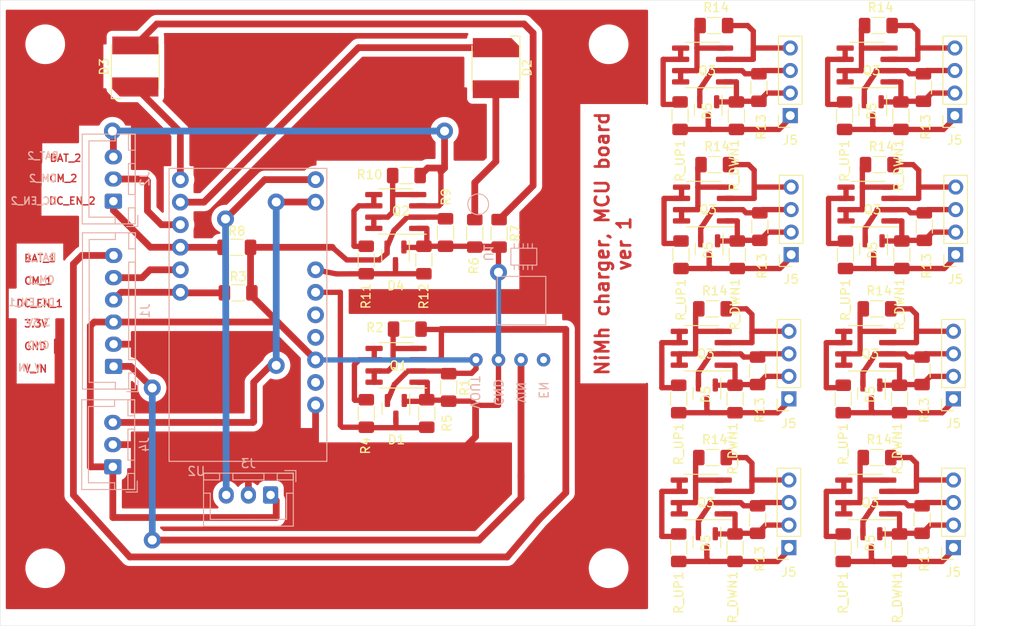
<source format=kicad_pcb>
(kicad_pcb (version 20211014) (generator pcbnew)
  (title_block (rev "1"))
  (layers (0 "F.Cu" signal "Front") (1 "In1.Cu" signal) (2 "In2.Cu" signal) (31 "B.Cu" signal "Back") (34 "B.Paste" user) (35 "F.Paste" user) (36 "B.SilkS" user "B.Silkscreen") (37 "F.SilkS" user "F.Silkscreen") (38 "B.Mask" user) (39 "F.Mask" user) (44 "Edge.Cuts" user))
  (net 0 "")
  (net 1 "GND")
  (net 2 "3.3V")
  (net 3 "ADC1")
  (net 4 "Net-(D2-Pad1)")
  (net 5 "LED1")
  (net 6 "Net-(D3-Pad1)")
  (net 7 "LED2")
  (net 8 "ADC2")
  (net 9 "VIN")
  (net 10 "DC-DC-ENABLE1")
  (net 11 "BATT1+")
  (net 12 "CHARGE_MODE1")
  (net 13 "DC-DC-ENABLE2")
  (net 14 "BATT2+")
  (net 15 "CHARGE_MODE2")
  (net 16 "Net-(Q1-Pad4)")
  (net 17 "Net-(Q1-Pad5)")
  (net 18 "Net-(Q2-Pad4)")
  (net 19 "Net-(Q2-Pad5)")
  (net 21 "TEMP1")
  (net 22 "TEMP2")
  (net 26 "GND0")
  (net 27 "PWR")
  (net 28 "ADCX")
  (net 29 "BATT_X")
  (net 30 "Net-(Q3-Pad4)")
  (net 31 "Net-(Q3-Pad5)")
  (footprint "Package_TO_SOT_SMD:SOT-23" (layer "F.Cu") (at 207.57 80.44 -90)
    (fp_text reference "D5")
    (fp_text value "BAT54S")
  )
  (footprint "Resistor_SMD:R_1206_3216Metric_Pad1.30x1.75mm_HandSolder" (layer "F.Cu") (at 213.285 77.9 -90)
    (fp_text reference "R13")
    (fp_text value "10k")
  )
  (footprint "Resistor_SMD:R_1206_3216Metric_Pad1.30x1.75mm_HandSolder" (layer "F.Cu") (at 213.132 126.593 -90)
    (fp_text reference "R13")
    (fp_text value "10k")
  )
  (footprint "Resistor_SMD:R_1206_3216Metric_Pad1.30x1.75mm_HandSolder" (layer "F.Cu") (at 156.9782 97.3418 90)
    (fp_text reference "R12")
    (fp_text value "75k")
  )
  (footprint "Resistor_SMD:R_1206_3216Metric_Pad1.30x1.75mm_HandSolder" (layer "F.Cu") (at 213.386 93.573 -90)
    (fp_text reference "R13")
    (fp_text value "10k")
  )
  (footprint "Resistor_SMD:R_1206_3216Metric_Pad1.30x1.75mm_HandSolder" (layer "F.Cu") (at 204.242 129.768 -90)
    (fp_text reference "R_UP1")
    (fp_text value "43k")
  )
  (footprint "Resistor_SMD:R_1206_3216Metric_Pad1.30x1.75mm_HandSolder" (layer "F.Cu") (at 208.306 86.588 180)
    (fp_text reference "R14")
    (fp_text value "1M")
  )
  (footprint "Resistor_SMD:R_1206_3216Metric_Pad1.30x1.75mm_HandSolder" (layer "F.Cu") (at 185.853 81.075 -90)
    (fp_text reference "R_UP1")
    (fp_text value "43k")
  )
  (footprint "Resistor_SMD:R_1206_3216Metric_Pad1.30x1.75mm_HandSolder" (layer "F.Cu") (at 189.663 70.915 180)
    (fp_text reference "R14")
    (fp_text value "1M")
  )
  (footprint "Resistor_SMD:R_1206_3216Metric_Pad1.30x1.75mm_HandSolder" (layer "F.Cu") (at 213.132 109.829 -90)
    (fp_text reference "R13")
    (fp_text value "10k")
  )
  (footprint "Package_TO_SOT_SMD:SOT-23" (layer "F.Cu") (at 207.417 112.369 -90)
    (fp_text reference "D5")
    (fp_text value "BAT54S")
  )
  (footprint "Package_SO:SOIC-8_3.9x4.9mm_P1.27mm" (layer "F.Cu") (at 153.839 109.21 180)
    (fp_text reference "Q1")
    (fp_text value "AO4620")
  )
  (footprint "Connector_PinSocket_2.54mm:PinSocket_1x04_P2.54mm_Vertical" (layer "F.Cu") (at 198.121 112.994 180)
    (fp_text reference "J5")
    (fp_text value "Conn_01x04_Female" hide)
  )
  (footprint "Resistor_SMD:R_1206_3216Metric_Pad1.30x1.75mm_HandSolder" (layer "F.Cu") (at 210.592 129.768 90)
    (fp_text reference "R_DWN1")
    (fp_text value "75k")
  )
  (footprint "Resistor_SMD:R_1206_3216Metric_Pad1.30x1.75mm_HandSolder" (layer "F.Cu") (at 210.592 113.004 90)
    (fp_text reference "R_DWN1")
    (fp_text value "75k")
  )
  (footprint "Resistor_SMD:R_1206_3216Metric_Pad1.30x1.75mm_HandSolder" (layer "F.Cu") (at 150.4782 97.3418 -90)
    (fp_text reference "R11")
    (fp_text value "43k")
  )
  (footprint "Resistor_SMD:R_1206_3216Metric_Pad1.30x1.75mm_HandSolder" (layer "F.Cu") (at 165.4556 94.3356 -90)
    (fp_text reference "R7")
    (fp_text value "1k")
  )
  (footprint "Resistor_SMD:R_1206_3216Metric_Pad1.30x1.75mm_HandSolder" (layer "F.Cu") (at 192.05 129.768 90)
    (fp_text reference "R_DWN1")
    (fp_text value "75k" hide)
  )
  (footprint "Resistor_SMD:R_1206_3216Metric_Pad1.30x1.75mm_HandSolder" (layer "F.Cu") (at 208.205 70.915 180)
    (fp_text reference "R14")
    (fp_text value "1M")
  )
  (footprint "Resistor_SMD:R_1206_3216Metric_Pad1.30x1.75mm_HandSolder" (layer "F.Cu") (at 208.052 119.608 180)
    (fp_text reference "R14")
    (fp_text value "1M")
  )
  (footprint "Resistor_SMD:R_1206_3216Metric_Pad1.30x1.75mm_HandSolder" (layer "F.Cu") (at 192.203 81.075 90)
    (fp_text reference "R_DWN1")
    (fp_text value "75k")
  )
  (footprint "Package_TO_SOT_SMD:SOT-23" (layer "F.Cu") (at 207.417 129.133 -90)
    (fp_text reference "D5")
    (fp_text value "BAT54S")
  )
  (footprint "Resistor_SMD:R_1206_3216Metric_Pad1.30x1.75mm_HandSolder" (layer "F.Cu") (at 194.59 109.829 -90)
    (fp_text reference "R13")
    (fp_text value "10k")
  )
  (footprint "Package_TO_SOT_SMD:SOT-23" (layer "F.Cu") (at 189.028 80.44 -90)
    (fp_text reference "D5")
    (fp_text value "BAT54S")
  )
  (footprint "Resistor_SMD:R_1206_3216Metric_Pad1.30x1.75mm_HandSolder" (layer "F.Cu") (at 155.0082 87.8218 180)
    (fp_text reference "R10")
    (fp_text value "1M")
  )
  (footprint "Resistor_SMD:R_1206_3216Metric_Pad1.30x1.75mm_HandSolder" (layer "F.Cu") (at 204.395 81.075 -90)
    (fp_text reference "R_UP1")
    (fp_text value "43k")
  )
  (footprint "Package_TO_SOT_SMD:SOT-23" (layer "F.Cu") (at 207.671 96.113 -90)
    (fp_text reference "D5")
    (fp_text value "BAT54S")
  )
  (footprint "Resistor_SMD:R_1206_3216Metric_Pad1.30x1.75mm_HandSolder" (layer "F.Cu") (at 194.844 93.573 -90)
    (fp_text reference "R13")
    (fp_text value "10k")
  )
  (footprint "Package_TO_SOT_SMD:SOT-23" (layer "F.Cu") (at 188.875 129.133 -90)
    (fp_text reference "D5")
    (fp_text value "BAT54S")
  )
  (footprint "Package_SO:SOIC-8_3.9x4.9mm_P1.27mm" (layer "F.Cu") (at 188.393 75.36 180)
    (fp_text reference "Q3")
    (fp_text value "AO4620")
  )
  (footprint "!my-kicad-library:LED_5050" (layer "F.Cu") (at 124.45 75.5505 90)
    (fp_text reference "D3")
    (fp_text value "LED")
  )
  (footprint "Package_SO:SOIC-8_3.9x4.9mm_P1.27mm" (layer "F.Cu") (at 206.782 124.053 180)
    (fp_text reference "Q3")
    (fp_text value "AO4620")
  )
  (footprint "MountingHole:MountingHole_3.2mm_M3" (layer "F.Cu") (at 177.8 73.025)
    (fp_text reference "H2" hide)
    (fp_text value "MountingHole" hide)
  )
  (footprint "Resistor_SMD:R_1206_3216Metric_Pad1.30x1.75mm_HandSolder" (layer "F.Cu") (at 208.052 102.844 180)
    (fp_text reference "R14")
    (fp_text value "1M")
  )
  (footprint "Resistor_SMD:R_1206_3216Metric_Pad1.30x1.75mm_HandSolder" (layer "F.Cu") (at 135.89 95.9104)
    (fp_text reference "R8")
    (fp_text value "10k")
  )
  (footprint "Connector_PinSocket_2.54mm:PinSocket_1x04_P2.54mm_Vertical" (layer "F.Cu") (at 198.375 96.738 180)
    (fp_text reference "J5")
    (fp_text value "Conn_01x04_Female" hide)
  )
  (footprint "Connector_PinSocket_2.54mm:PinSocket_1x04_P2.54mm_Vertical" (layer "F.Cu") (at 198.121 129.758 180)
    (fp_text reference "J5")
    (fp_text value "Conn_01x04_Female" hide)
  )
  (footprint "Package_SO:SOIC-8_3.9x4.9mm_P1.27mm" (layer "F.Cu") (at 188.24 124.053 180)
    (fp_text reference "Q3")
    (fp_text value "AO4620")
  )
  (footprint "Resistor_SMD:R_1206_3216Metric_Pad1.30x1.75mm_HandSolder" (layer "F.Cu") (at 189.764 86.588 180)
    (fp_text reference "R14")
    (fp_text value "1M")
  )
  (footprint "!my-kicad-library:LED_5050" (layer "F.Cu") (at 165.1 75.692 -90)
    (fp_text reference "D2")
    (fp_text value "LED")
  )
  (footprint "Resistor_SMD:R_1206_3216Metric_Pad1.30x1.75mm_HandSolder" (layer "F.Cu") (at 185.954 96.748 -90)
    (fp_text reference "R_UP1")
    (fp_text value "43k")
  )
  (footprint "Resistor_SMD:R_1206_3216Metric_Pad1.30x1.75mm_HandSolder" (layer "F.Cu") (at 155.109 105.13 180)
    (fp_text reference "R2")
    (fp_text value "1M")
  )
  (footprint "Resistor_SMD:R_1206_3216Metric_Pad1.30x1.75mm_HandSolder" (layer "F.Cu") (at 189.51 119.608 180)
    (fp_text reference "R14")
    (fp_text value "1M")
  )
  (footprint "Resistor_SMD:R_1206_3216Metric_Pad1.30x1.75mm_HandSolder" (layer "F.Cu") (at 136.0424 101.0412)
    (fp_text reference "R3")
    (fp_text value "10k")
  )
  (footprint "Resistor_SMD:R_1206_3216Metric_Pad1.30x1.75mm_HandSolder" (layer "F.Cu") (at 185.7 113.004 -90)
    (fp_text reference "R_UP1")
    (fp_text value "43k")
  )
  (footprint "Package_SO:SOIC-8_3.9x4.9mm_P1.27mm" (layer "F.Cu") (at 207.036 91.033 180)
    (fp_text reference "Q3")
    (fp_text value "AO4620")
  )
  (footprint "Resistor_SMD:R_1206_3216Metric_Pad1.30x1.75mm_HandSolder" (layer "F.Cu") (at 194.743 77.9 -90)
    (fp_text reference "R13")
    (fp_text value "10k")
  )
  (footprint "MountingHole:MountingHole_3.2mm_M3" (layer "F.Cu") (at 114.3 132.08)
    (fp_text reference "H3" hide)
    (fp_text value "MountingHole" hide)
  )
  (footprint "Package_TO_SOT_SMD:SOT-23" (layer "F.Cu") (at 153.7782 96.8118 -90)
    (fp_text reference "D4")
    (fp_text value "BAT54S")
  )
  (footprint "Resistor_SMD:R_1206_3216Metric_Pad1.30x1.75mm_HandSolder" (layer "F.Cu") (at 210.846 96.748 90)
    (fp_text reference "R_DWN1")
    (fp_text value "75k")
  )
  (footprint "MountingHole:MountingHole_3.2mm_M3" (layer "F.Cu") (at 177.8 132.08)
    (fp_text reference "H4" hide)
    (fp_text value "MountingHole")
  )
  (footprint "Resistor_SMD:R_1206_3216Metric_Pad1.30x1.75mm_HandSolder" (layer "F.Cu") (at 204.496 96.748 -90)
    (fp_text reference "R_UP1")
    (fp_text value "43k")
  )
  (footprint "Resistor_SMD:R_1206_3216Metric_Pad1.30x1.75mm_HandSolder" (layer "F.Cu") (at 204.242 113.004 -90)
    (fp_text reference "R_UP1")
    (fp_text value "43k")
  )
  (footprint "Package_SO:SOIC-8_3.9x4.9mm_P1.27mm" (layer "F.Cu") (at 188.24 107.289 180)
    (fp_text reference "Q3")
    (fp_text value "AO4620")
  )
  (footprint "Resistor_SMD:R_1206_3216Metric_Pad1.30x1.75mm_HandSolder" (layer "F.Cu") (at 192.304 96.748 90)
    (fp_text reference "R_DWN1")
    (fp_text value "75k")
  )
  (footprint "MountingHole:MountingHole_3.2mm_M3" (layer "F.Cu") (at 114.3 73.025)
    (fp_text reference "H1" hide)
    (fp_text value "MountingHole" hide)
  )
  (footprint "Package_TO_SOT_SMD:SOT-23" (layer "F.Cu") (at 188.875 112.369 -90)
    (fp_text reference "D5")
    (fp_text value "BAT54S")
  )
  (footprint "Connector_PinSocket_2.54mm:PinSocket_1x04_P2.54mm_Vertical" (layer "F.Cu") (at 216.663 112.994 180)
    (fp_text reference "J5")
    (fp_text value "Conn_01x04_Female" hide)
  )
  (footprint "Package_SO:SOIC-8_3.9x4.9mm_P1.27mm" (layer "F.Cu") (at 153.8082 91.8718 180)
    (fp_text reference "Q2")
    (fp_text value "AO4620")
  )
  (footprint "Connector_PinSocket_2.54mm:PinSocket_1x04_P2.54mm_Vertical" (layer "F.Cu") (at 198.274 81.065 180)
    (fp_text reference "J5")
    (fp_text value "Conn_01x04_Female" hide)
  )
  (footprint "Package_TO_SOT_SMD:SOT-23" (layer "F.Cu") (at 153.819 114.11 -90)
    (fp_text reference "D1")
    (fp_text value "BAT54S")
  )
  (footprint "Resistor_SMD:R_1206_3216Metric_Pad1.30x1.75mm_HandSolder" (layer "F.Cu") (at 159.769 111.7 -90)
    (fp_text reference "R1")
    (fp_text value "10k")
  )
  (footprint "Resistor_SMD:R_1206_3216Metric_Pad1.30x1.75mm_HandSolder" (layer "F.Cu") (at 192.05 113.004 90)
    (fp_text reference "R_DWN1")
    (fp_text value "75k")
  )
  (footprint "Package_SO:SOIC-8_3.9x4.9mm_P1.27mm" (layer "F.Cu") (at 206.782 107.289 180)
    (fp_text reference "Q3")
    (fp_text value "AO4620")
  )
  (footprint "Connector_PinSocket_2.54mm:PinSocket_1x04_P2.54mm_Vertical" (layer "F.Cu") (at 216.663 129.758 180)
    (fp_text reference "J5")
    (fp_text value "Conn_01x04_Female" hide)
  )
  (footprint "Connector_PinSocket_2.54mm:PinSocket_1x04_P2.54mm_Vertical" (layer "F.Cu") (at 216.917 96.738 180)
    (fp_text reference "J5")
    (fp_text value "Conn_01x04_Female")
  )
  (footprint "Resistor_SMD:R_1206_3216Metric_Pad1.30x1.75mm_HandSolder" (layer "F.Cu") (at 150.489 114.64 -90)
    (fp_text reference "R4")
    (fp_text value "43k")
  )
  (footprint "Resistor_SMD:R_1206_3216Metric_Pad1.30x1.75mm_HandSolder" (layer "F.Cu") (at 210.745 81.075 90)
    (fp_text reference "R_DWN1")
    (fp_text value "75k")
  )
  (footprint "Resistor_SMD:R_1206_3216Metric_Pad1.30x1.75mm_HandSolder" (layer "F.Cu") (at 157.299 114.64 90)
    (fp_text reference "R5")
    (fp_text value "75k")
  )
  (footprint "Connector_PinSocket_2.54mm:PinSocket_1x04_P2.54mm_Vertical" (layer "F.Cu") (at 216.816 81.065 180)
    (fp_text reference "J5")
    (fp_text value "Conn_01x04_Female" hide)
  )
  (footprint "Resistor_SMD:R_1206_3216Metric_Pad1.30x1.75mm_HandSolder" (layer "F.Cu") (at 162.7124 94.3356 -90)
    (fp_text reference "R6")
    (fp_text value "1k")
  )
  (footprint "Package_TO_SOT_SMD:SOT-23" (layer "F.Cu") (at 189.129 96.113 -90)
    (fp_text reference "D5")
    (fp_text value "BAT54S")
  )
  (footprint "Package_SO:SOIC-8_3.9x4.9mm_P1.27mm" (layer "F.Cu") (at 206.935 75.36 180)
    (fp_text reference "Q3")
    (fp_text value "AO4620")
  )
  (footprint "Resistor_SMD:R_1206_3216Metric_Pad1.30x1.75mm_HandSolder" (layer "F.Cu") (at 185.7 129.768 -90)
    (fp_text reference "R_UP1")
    (fp_text value "43k" hide)
  )
  (footprint "Package_SO:SOIC-8_3.9x4.9mm_P1.27mm" (layer "F.Cu") (at 188.494 91.033 180)
    (fp_text reference "Q3")
    (fp_text value "AO4620")
  )
  (footprint "Resistor_SMD:R_1206_3216Metric_Pad1.30x1.75mm_HandSolder" (layer "F.Cu") (at 189.51 102.844 180)
    (fp_text reference "R14")
    (fp_text value "1M")
  )
  (footprint "Resistor_SMD:R_1206_3216Metric_Pad1.30x1.75mm_HandSolder" (layer "F.Cu") (at 194.59 126.593 -90)
    (fp_text reference "R13")
    (fp_text value "10k")
  )
  (footprint "Resistor_SMD:R_1206_3216Metric_Pad1.30x1.75mm_HandSolder" (layer "F.Cu") (at 159.4182 94.2418 -90)
    (fp_text reference "R9")
    (fp_text value "10k")
  )
  (footprint "Connector_JST:JST_XH_B6B-XH-A_1x06_P2.50mm_Vertical" (layer "B.Cu") (at 122.005 109.332 90)
    (fp_text reference "J1")
    (fp_text value "Conn_01x06_Female")
  )
  (footprint "Connector_JST:JST_XH_B3B-XH-A_1x03_P2.50mm_Vertical" (layer "B.Cu") (at 121.92 120.65 90)
    (fp_text reference "J4")
    (fp_text value "Conn_01x03_Female")
  )
  (footprint "!my-kicad-library:ARDUINO_PRO_MINI_NO_A5" (layer "B.Cu") (at 137.15 103.522)
    (fp_text reference "U2")
    (fp_text value "Arduino_pro_mini")
  )
  (footprint "Connector_JST:JST_XH_B3B-XH-A_1x03_P2.50mm_Vertical" (layer "B.Cu") (at 139.7 123.825 180)
    (fp_text reference "J3")
    (fp_text value "Conn_01x03_Female")
  )
  (footprint "Connector_JST:JST_XH_B3B-XH-A_1x03_P2.50mm_Vertical" (layer "B.Cu") (at 121.98 90.712 90)
    (fp_text reference "J2")
    (fp_text value "Conn_01x03_Female")
  )
  (footprint "!my-kicad-library:MP2315_StepDown" (layer "B.Cu") (at 175.546 100.965 90)
    (fp_text reference "U1")
    (fp_text value "MP2315_StepDown")
  )
  (gr_rect (start 109.22 68.072) (end 219.075 138.557) (layer "Edge.Cuts") (width 0.0381) (fill none))
  (gr_text "DC_EN_1" (at 113.665 102.235) (layer "F.Cu") (effects (font (size 0.8128 0.8128) (thickness 0.1524))))
  (gr_text "GND" (at 113.179987 107.061) (layer "F.Cu") (effects (font (size 0.8128 0.8128) (thickness 0.1524))))
  (gr_text "CM_1" (at 113.508968 99.695) (layer "F.Cu") (effects (font (size 0.8128 0.8128) (thickness 0.1524))))
  (gr_text "BAT_1" (at 113.70249 97.155) (layer "F.Cu") (effects (font (size 0.8128 0.8128) (thickness 0.1524))))
  (gr_text "BAT_2" (at 116.586 85.852) (layer "F.Cu") (effects (font (size 0.8128 0.8128) (thickness 0.1524))))
  (gr_text "3.3V" (at 113.257381 104.521) (layer "F.Cu") (effects (font (size 0.8128 0.8128) (thickness 0.1524))))
  (gr_text "V_IN" (at 113.218697 109.601) (layer "F.Cu") (effects (font (size 0.8128 0.8128) (thickness 0.1524))))
  (gr_text "NiMh charger, MCU board\nver 1" (at 178.308 95.504 90) (layer "F.Cu") (effects (font (size 1.524 1.524) (thickness 0.3048))))
  (gr_text "DC_EN_2" (at 117.348 90.678) (layer "F.Cu") (effects (font (size 0.8128 0.8128) (thickness 0.1524))))
  (gr_text "CM_2" (at 116.332 88.138) (layer "F.Cu") (effects (font (size 0.8128 0.8128) (thickness 0.1524))))
  (gr_text "DC_EN_2" (at 113.03 90.678) (layer "B.SilkS") (effects (font (size 0.8128 0.8128) (thickness 0.1524)) (justify mirror)))
  (gr_text "BAT_1" (at 113.792 97.028) (layer "B.SilkS") (effects (font (size 0.8128 0.8128) (thickness 0.1524)) (justify mirror)))
  (gr_text "BAT_2" (at 114.046 85.598) (layer "B.SilkS") (effects (font (size 0.8128 0.8128) (thickness 0.1524)) (justify mirror)))
  (gr_text "V_IN" (at 112.522 109.474) (layer "B.SilkS") (effects (font (size 0.8128 0.8128) (thickness 0.1524)) (justify mirror)))
  (gr_text "CM_1" (at 113.792 99.568) (layer "B.SilkS") (effects (font (size 0.8128 0.8128) (thickness 0.1524)) (justify mirror)))
  (gr_text "GND" (at 113.538 106.934) (layer "B.SilkS") (effects (font (size 0.8128 0.8128) (thickness 0.1524)) (justify mirror)))
  (gr_text "3.3V" (at 113.538 104.394) (layer "B.SilkS") (effects (font (size 0.8128 0.8128) (thickness 0.1524)) (justify mirror)))
  (gr_text "DC_EN_1" (at 112.776 102.108) (layer "B.SilkS") (effects (font (size 0.8128 0.8128) (thickness 0.1524)) (justify mirror)))
  (gr_text "CM_2" (at 114.046 88.138) (layer "B.SilkS") (effects (font (size 0.8128 0.8128) (thickness 0.1524)) (justify mirror)))
  (segment (start 159.4182 95.7918) (end 162.6186 95.7918) (width 0.6) (layer "F.Cu") (net 1))
  (segment (start 157.364 112.935) (end 157.029 113.27) (width 0.6) (layer "F.Cu") (net 1))
  (segment (start 165.386 113.7224) (end 162.846011 113.7224) (width 0.6) (layer "F.Cu") (net 1))
  (segment (start 162.8056 117.2548) (end 162.8056 113.682) (width 0.762) (layer "F.Cu") (net 1))
  (segment (start 144.77 113.682) (end 144.77 118.1508) (width 0.762) (layer "F.Cu") (net 1))
  (segment (start 137.2 123.825) (end 137.2 119.42) (width 0.762) (layer "F.Cu") (net 1))
  (segment (start 156.9782 95.7918) (end 159.4182 95.7918) (width 0.6) (layer "F.Cu") (net 1))
  (segment (start 127 108.602) (end 125.23 106.832) (width 0.762) (layer "F.Cu") (net 1))
  (segment (start 165.386 108.585) (end 165.386 113.7224) (width 0.6) (layer "F.Cu") (net 1))
  (segment (start 165.386 98.7232) (end 165.386 95.9552) (width 0.6) (layer "F.Cu") (net 1))
  (segment (start 156.334 111.125) (end 157.364 111.125) (width 0.6) (layer "F.Cu") (net 1))
  (segment (start 125.23 106.832) (end 122.005 106.832) (width 0.762) (layer "F.Cu") (net 1))
  (segment (start 154.8265 113.27) (end 154.779 113.2225) (width 0.6) (layer "F.Cu") (net 1))
  (segment (start 127 108.602) (end 129.53 108.602) (width 0.762) (layer "F.Cu") (net 1))
  (segment (start 157.029 113.14) (end 159.469 113.14) (width 0.6) (layer "F.Cu") (net 1))
  (segment (start 121.92 118.15) (end 126.325 118.15) (width 0.762) (layer "F.Cu") (net 1))
  (segment (start 162.846011 113.7224) (end 162.805599 113.681988) (width 0.6) (layer "F.Cu") (net 1))
  (segment (start 165.4556 95.8856) (end 162.7124 95.8856) (width 0.762) (layer "F.Cu") (net 1))
  (segment (start 145.4912 118.872) (end 161.1884 118.872) (width 0.762) (layer "F.Cu") (net 1))
  (segment (start 154.7757 95.9218) (end 154.7282 95.8743) (width 0.6) (layer "F.Cu") (net 1))
  (segment (start 156.9782 95.9218) (end 154.7757 95.9218) (width 0.6) (layer "F.Cu") (net 1))
  (segment (start 157.364 111.125) (end 157.364 112.935) (width 0.6) (layer "F.Cu") (net 1))
  (segment (start 157.3132 93.7768) (end 157.3132 95.5868) (width 0.6) (layer "F.Cu") (net 1))
  (segment (start 157.3132 95.5868) (end 156.9782 95.9218) (width 0.6) (layer "F.Cu") (net 1))
  (segment (start 159.499 113.27) (end 159.519 113.29) (width 0.6) (layer "F.Cu") (net 1))
  (segment (start 144.77 118.1508) (end 145.4912 118.872) (width 0.762) (layer "F.Cu") (net 1))
  (segment (start 162.3736 113.25) (end 162.8056 113.682) (width 0.6) (layer "F.Cu") (net 1))
  (segment (start 159.769 113.25) (end 162.3736 113.25) (width 0.6) (layer "F.Cu") (net 1))
  (segment (start 161.1884 118.872) (end 162.8056 117.2548) (width 0.762) (layer "F.Cu") (net 1))
  (segment (start 162.6186 95.7918) (end 162.7124 95.8856) (width 0.6) (layer "F.Cu") (net 1))
  (segment (start 156.2832 93.7768) (end 157.3132 93.7768) (width 0.6) (layer "F.Cu") (net 1))
  (segment (start 157.029 113.27) (end 154.8265 113.27) (width 0.6) (layer "F.Cu") (net 1))
  (via (at 165.386011 98.723191) (size 1.905) (drill 1.016) (layers "F.Cu" "B.Cu") (net 1))
  (segment (start 165.386 108.585) (end 165.386 98.7232) (width 0.6) (layer "B.Cu") (net 1))
  (segment (start 159.284 109.855) (end 159.539 110.11) (width 0.6) (layer "F.Cu") (net 2))
  (segment (start 159.539 110.11) (end 162.349 110.11) (width 0.6) (layer "F.Cu") (net 2))
  (segment (start 140.4612 104.2932) (end 137.5924 101.4244) (width 0.762) (layer "F.Cu") (net 2))
  (segment (start 152.8282 95.8743) (end 153.6082 94.0118) (width 0.6) (layer "F.Cu") (net 2))
  (segment (start 146.6596 95.9104) (end 148.2852 97.3328) (width 0.6) (layer "F.Cu") (net 2))
  (segment (start 155.164 109.855) (end 159.284 109.855) (width 0.6) (layer "F.Cu") (net 2))
  (segment (start 137.5924 101.4244) (end 137.5924 101.0412) (width 0.762) (layer "F.Cu") (net 2))
  (segment (start 121.92 126.365) (end 140.335 126.365) (width 0.762) (layer "F.Cu") (net 2))
  (segment (start 137.44 95.9104) (end 146.6596 95.9104) (width 0.762) (layer "F.Cu") (net 2))
  (segment (start 148.336 97.3328) (end 151.9936 97.3328) (width 0.6) (layer "F.Cu") (net 2))
  (segment (start 152.8282 96.5998) (end 152.8282 95.8743) (width 0.6) (layer "F.Cu") (net 2))
  (segment (start 156.2832 92.5068) (end 159.2332 92.5068) (width 0.6) (layer "F.Cu") (net 2))
  (segment (start 153.6082 94.0118) (end 155.1132 92.5068) (width 0.6) (layer "F.Cu") (net 2))
  (segment (start 122.005 104.332) (end 140.4224 104.332) (width 0.762) (layer "F.Cu") (net 2))
  (segment (start 162.8564 109.6026) (end 162.349 110.11) (width 0.6) (layer "F.Cu") (net 2))
  (segment (start 162.8564 108.602) (end 162.8564 109.6026) (width 0.6) (layer "F.Cu") (net 2))
  (segment (start 159.2332 92.5068) (end 159.4182 92.6918) (width 0.6) (layer "F.Cu") (net 2))
  (segment (start 137.44 95.9104) (end 137.44 100.8888) (width 0.762) (layer "F.Cu") (net 2))
  (segment (start 137.44 100.8888) (end 137.5924 101.0412) (width 0.762) (layer "F.Cu") (net 2))
  (segment (start 119.823 104.332) (end 119.38 104.775) (width 0.762) (layer "F.Cu") (net 2))
  (segment (start 121.92 120.65) (end 121.92 126.365) (width 0.762) (layer "F.Cu") (net 2))
  (segment (start 144.77 108.602) (end 140.4612 104.2932) (width 0.762) (layer "F.Cu") (net 2))
  (segment (start 153.659 111.36) (end 155.164 109.855) (width 0.6) (layer "F.Cu") (net 2))
  (segment (start 140.335 126.365) (end 140.335 124.46) (width 0.762) (layer "F.Cu") (net 2))
  (segment (start 122.005 104.332) (end 119.823 104.332) (width 0.762) (layer "F.Cu") (net 2))
  (segment (start 140.4224 104.332) (end 140.4612 104.2932) (width 0.762) (layer "F.Cu") (net 2))
  (segment (start 151.9428 97.3328) (end 152.8282 96.5998) (width 0.6) (layer "F.Cu") (net 2))
  (segment (start 140.335 124.46) (end 139.7 123.825) (width 0.762) (layer "F.Cu") (net 2))
  (segment (start 152.879 113.2225) (end 153.659 111.36) (width 0.6) (layer "F.Cu") (net 2))
  (segment (start 155.1132 92.5068) (end 156.2832 92.5068) (width 0.6) (layer "F.Cu") (net 2))
  (segment (start 119.38 104.775) (end 119.38 120.65) (width 0.762) (layer "F.Cu") (net 2))
  (segment (start 119.38 120.65) (end 121.11648 120.65) (width 0.762) (layer "F.Cu") (net 2))
  (segment (start 144.77 108.602) (end 162.8564 108.602) (width 0.6) (layer "B.Cu") (net 2))
  (segment (start 147.1168 98.9076) (end 150.4782 98.8918) (width 0.6) (layer "F.Cu") (net 3))
  (segment (start 152.8282 98.8918) (end 150.4782 98.8918) (width 0.6) (layer "F.Cu") (net 3))
  (segment (start 156.9782 98.8918) (end 153.8082 98.8918) (width 0.6) (layer "F.Cu") (net 3))
  (segment (start 153.7782 98.8618) (end 153.8082 98.8918) (width 0.6) (layer "F.Cu") (net 3))
  (segment (start 153.7782 97.7493) (end 153.7782 98.8618) (width 0.6) (layer "F.Cu") (net 3))
  (segment (start 153.8082 98.8918) (end 152.8282 98.8918) (width 0.6) (layer "F.Cu") (net 3))
  (segment (start 144.77 98.442) (end 147.1168 98.9076) (width 0.6) (layer "F.Cu") (net 3))
  (segment (start 165.09 78.0905) (end 165.09 86.243) (width 0.762) (layer "F.Cu") (net 4))
  (segment (start 165.09 86.243) (end 162.7124 88.6206) (width 0.762) (layer "F.Cu") (net 4))
  (segment (start 162.7124 88.6206) (end 162.7124 92.7856) (width 0.762) (layer "F.Cu") (net 4))
  (segment (start 132.19 90.822) (end 129.53 90.822) (width 0.762) (layer "F.Cu") (net 5))
  (segment (start 149.606 73.406) (end 132.19 90.822) (width 0.762) (layer "F.Cu") (net 5))
  (segment (start 165.1 73.406) (end 149.606 73.406) (width 0.762) (layer "F.Cu") (net 5))
  (segment (start 168.275 70.739) (end 126.873 70.739) (width 0.762) (layer "F.Cu") (net 6))
  (segment (start 165.4556 92.7856) (end 169.291 88.9502) (width 0.762) (layer "F.Cu") (net 6))
  (segment (start 169.291 88.9502) (end 169.291 71.755) (width 0.762) (layer "F.Cu") (net 6))
  (segment (start 169.291 71.755) (end 168.275 70.739) (width 0.762) (layer "F.Cu") (net 6))
  (segment (start 126.873 70.739) (end 124.46 73.152) (width 0.762) (layer "F.Cu") (net 6))
  (segment (start 129.53 88.282) (end 129.53 82.9165) (width 0.762) (layer "F.Cu") (net 7))
  (segment (start 129.53 82.9165) (end 124.45 77.8365) (width 0.762) (layer "F.Cu") (net 7))
  (segment (start 153.859 116.24) (end 150.529 116.24) (width 0.6) (layer "F.Cu") (net 8))
  (segment (start 144.77 100.982) (end 147.5656 100.982) (width 0.6) (layer "F.Cu") (net 8))
  (segment (start 147.5656 115.9848) (end 147.7708 116.19) (width 0.6) (layer "F.Cu") (net 8))
  (segment (start 147.5656 100.982) (end 147.5656 115.9848) (width 0.6) (layer "F.Cu") (net 8))
  (segment (start 153.829 116.21) (end 153.859 116.24) (width 0.6) (layer "F.Cu") (net 8))
  (segment (start 147.7708 116.19) (end 150.489 116.19) (width 0.6) (layer "F.Cu") (net 8))
  (segment (start 157.029 116.24) (end 153.859 116.24) (width 0.6) (layer "F.Cu") (net 8))
  (segment (start 153.829 115.0975) (end 153.829 116.21) (width 0.6) (layer "F.Cu") (net 8))
  (segment (start 126.365 128.905) (end 163.195 128.905) (width 0.762) (layer "F.Cu") (net 9))
  (segment (start 122.005 109.332) (end 123.937 109.332) (width 0.762) (layer "F.Cu") (net 9))
  (segment (start 167.926 121.571) (end 167.926 108.585) (width 0.762) (layer "F.Cu") (net 9))
  (segment (start 123.937 109.332) (end 126.365 111.76) (width 0.762) (layer "F.Cu") (net 9))
  (segment (start 167.926 124.174) (end 167.926 121.571) (width 0.762) (layer "F.Cu") (net 9))
  (segment (start 163.195 128.905) (end 167.926 124.174) (width 0.762) (layer "F.Cu") (net 9))
  (segment (start 167.926 121.9336) (end 167.926 121.571) (width 0.762) (layer "F.Cu") (net 9))
  (segment (start 167.9794 121.987) (end 167.926 121.9336) (width 0.6) (layer "F.Cu") (net 9))
  (via (at 126.365 111.76) (size 1.905) (drill 1.016) (layers "F.Cu" "B.Cu") (net 9))
  (via (at 126.365 128.905) (size 1.905) (drill 1.016) (layers "F.Cu" "B.Cu") (net 9))
  (segment (start 126.365 111.76) (end 126.365 128.905) (width 0.762) (layer "B.Cu") (net 9))
  (segment (start 129.5892 101.0412) (end 129.53 100.982) (width 0.762) (layer "F.Cu") (net 10))
  (segment (start 134.4924 101.0412) (end 129.5892 101.0412) (width 0.762) (layer "F.Cu") (net 10))
  (segment (start 122.855 100.982) (end 122.005 101.832) (width 0.762) (layer "F.Cu") (net 10))
  (segment (start 129.53 100.982) (end 122.855 100.982) (width 0.762) (layer "F.Cu") (net 10))
  (segment (start 169.9768 126.5682) (end 166.37 130.81) (width 0.762) (layer "F.Cu") (net 11))
  (segment (start 158.949 108.35) (end 158.949 105.13) (width 0.6) (layer "F.Cu") (net 11))
  (segment (start 156.334 108.585) (end 158.714 108.585) (width 0.6) (layer "F.Cu") (net 11))
  (segment (start 158.714 108.585) (end 158.949 108.35) (width 0.6) (layer "F.Cu") (net 11))
  (segment (start 156.609 105.17) (end 158.909 105.17) (width 0.6) (layer "F.Cu") (net 11))
  (segment (start 172.974 105.156) (end 172.974 123.571) (width 0.762) (layer "F.Cu") (net 11))
  (segment (start 158.909 105.17) (end 158.949 105.13) (width 0.6) (layer "F.Cu") (net 11))
  (segment (start 118.433 96.832) (end 122.005 96.832) (width 0.762) (layer "F.Cu") (net 11))
  (segment (start 172.974 123.571) (end 169.9768 126.5682) (width 0.762) (layer "F.Cu") (net 11))
  (segment (start 158.909 105.17) (end 172.974 105.156) (width 0.762) (layer "F.Cu") (net 11))
  (segment (start 117.475 97.79) (end 118.433 96.832) (width 0.762) (layer "F.Cu") (net 11))
  (segment (start 123.825 130.81) (end 117.475 123.825) (width 0.762) (layer "F.Cu") (net 11))
  (segment (start 117.475 123.825) (end 117.475 97.79) (width 0.762) (layer "F.Cu") (net 11))
  (segment (start 166.37 130.81) (end 123.825 130.81) (width 0.762) (layer "F.Cu") (net 11))
  (segment (start 126.11 98.442) (end 125.22 99.332) (width 0.762) (layer "F.Cu") (net 12))
  (segment (start 125.22 99.332) (end 122.005 99.332) (width 0.762) (layer "F.Cu") (net 12))
  (segment (start 129.53 98.442) (end 126.11 98.442) (width 0.762) (layer "F.Cu") (net 12))
  (segment (start 121.98 91.732) (end 126.15 95.902) (width 0.762) (layer "F.Cu") (net 13))
  (segment (start 121.98 90.712) (end 121.98 91.732) (width 0.762) (layer "F.Cu") (net 13))
  (segment (start 129.5384 95.9104) (end 129.53 95.902) (width 0.762) (layer "F.Cu") (net 13))
  (segment (start 134.34 95.9104) (end 129.5384 95.9104) (width 0.762) (layer "F.Cu") (net 13))
  (segment (start 126.15 95.902) (end 129.53 95.902) (width 0.762) (layer "F.Cu") (net 13))
  (segment (start 121.8712 82.802) (end 121.8692 82.804) (width 0.762) (layer "F.Cu") (net 14))
  (segment (start 121.98 82.802) (end 121.8712 82.802) (width 0.762) (layer "F.Cu") (net 14))
  (segment (start 158.8982 87.383) (end 159.3088 86.9724) (width 0.762) (layer "F.Cu") (net 14))
  (segment (start 156.2832 91.2368) (end 158.6632 91.2368) (width 0.6) (layer "F.Cu") (net 14))
  (segment (start 158.6632 91.2368) (end 158.8982 91.0018) (width 0.6) (layer "F.Cu") (net 14))
  (segment (start 158.8982 91.0018) (end 158.8982 87.383) (width 0.6) (layer "F.Cu") (net 14))
  (segment (start 159.3088 86.9724) (end 157.4076 86.9724) (width 0.762) (layer "F.Cu") (net 14))
  (segment (start 157.4076 86.9724) (end 156.5582 87.8218) (width 0.762) (layer "F.Cu") (net 14))
  (segment (start 159.3088 82.804) (end 159.3088 86.9724) (width 0.762) (layer "F.Cu") (net 14))
  (segment (start 121.98 85.712) (end 121.98 82.802) (width 0.762) (layer "F.Cu") (net 14))
  (via (at 121.869207 82.803995) (size 1.905) (drill 1.016) (layers "F.Cu" "B.Cu") (net 14))
  (via (at 159.308807 82.803995) (size 1.905) (drill 1.016) (layers "F.Cu" "B.Cu") (net 14))
  (segment (start 121.8692 82.804) (end 159.3088 82.804) (width 0.762) (layer "B.Cu") (net 14))
  (segment (start 125.82 88.432) (end 125.6 88.212) (width 0.762) (layer "F.Cu") (net 15))
  (segment (start 125.6 88.212) (end 121.98 88.212) (width 0.762) (layer "F.Cu") (net 15))
  (segment (start 129.53 93.362) (end 127.38 93.362) (width 0.762) (layer "F.Cu") (net 15))
  (segment (start 127.38 93.362) (end 125.82 91.802) (width 0.762) (layer "F.Cu") (net 15))
  (segment (start 125.82 91.802) (end 125.82 88.432) (width 0.762) (layer "F.Cu") (net 15))
  (segment (start 151.384 109.855) (end 152.954 109.855) (width 0.6) (layer "F.Cu") (net 16))
  (segment (start 153.704 107.315) (end 153.509 107.51) (width 0.6) (layer "F.Cu") (net 16))
  (segment (start 153.509 109.3) (end 153.509 107.51) (width 0.6) (layer "F.Cu") (net 16))
  (segment (start 156.334 107.315) (end 153.704 107.315) (width 0.6) (layer "F.Cu") (net 16))
  (segment (start 153.509 107.51) (end 153.509 105.17) (width 0.6) (layer "F.Cu") (net 16))
  (segment (start 152.954 109.855) (end 153.509 109.3) (width 0.6) (layer "F.Cu") (net 16))
  (segment (start 151.384 111.125) (end 151.384 109.855) (width 0.6) (layer "F.Cu") (net 16))
  (segment (start 151.384 108.585) (end 149.704 108.585) (width 0.6) (layer "F.Cu") (net 17))
  (segment (start 149.149 113.1) (end 149.199 113.15) (width 0.6) (layer "F.Cu") (net 17))
  (segment (start 151.384 108.585) (end 151.384 107.315) (width 0.6) (layer "F.Cu") (net 17))
  (segment (start 149.199 113.15) (end 150.529 113.15) (width 0.6) (layer "F.Cu") (net 17))
  (segment (start 149.149 109.14) (end 149.149 113.1) (width 0.6) (layer "F.Cu") (net 17))
  (segment (start 149.704 108.585) (end 149.149 109.14) (width 0.6) (layer "F.Cu") (net 17))
  (segment (start 153.4582 90.1618) (end 153.4582 87.8218) (width 0.6) (layer "F.Cu") (net 18))
  (segment (start 156.2832 89.9668) (end 153.6532 89.9668) (width 0.6) (layer "F.Cu") (net 18))
  (segment (start 151.3332 92.5068) (end 152.9032 92.5068) (width 0.6) (layer "F.Cu") (net 18))
  (segment (start 153.6532 89.9668) (end 153.4582 90.1618) (width 0.6) (layer "F.Cu") (net 18))
  (segment (start 152.9032 92.5068) (end 153.4582 91.9518) (width 0.6) (layer "F.Cu") (net 18))
  (segment (start 153.4582 91.9518) (end 153.4582 90.1618) (width 0.6) (layer "F.Cu") (net 18))
  (segment (start 151.3332 93.7768) (end 151.3332 92.5068) (width 0.6) (layer "F.Cu") (net 18))
  (segment (start 151.3332 91.2368) (end 149.6532 91.2368) (width 0.6) (layer "F.Cu") (net 19))
  (segment (start 151.3332 91.2368) (end 151.3332 89.9668) (width 0.6) (layer "F.Cu") (net 19))
  (segment (start 149.1482 95.8018) (end 150.4782 95.8018) (width 0.6) (layer "F.Cu") (net 19))
  (segment (start 149.6532 91.2368) (end 149.0982 91.7918) (width 0.6) (layer "F.Cu") (net 19))
  (segment (start 149.0982 95.7518) (end 149.1482 95.8018) (width 0.6) (layer "F.Cu") (net 19))
  (segment (start 149.0982 91.7918) (end 149.0982 95.7518) (width 0.6) (layer "F.Cu") (net 19))
  (segment (start 134.62 92.71) (end 139.048007 88.281993) (width 0.762) (layer "F.Cu") (net 21))
  (segment (start 139.048007 88.281993) (end 144.769992 88.281993) (width 0.762) (layer "F.Cu") (net 21))
  (via (at 134.62 92.71) (size 1.905) (drill 1.016) (layers "F.Cu" "B.Cu") (net 21))
  (segment (start 134.7 123.825) (end 134.62 92.71) (width 0.762) (layer "B.Cu") (net 21))
  (segment (start 144.752999 90.805) (end 144.769992 90.821993) (width 0.762) (layer "F.Cu") (net 22))
  (segment (start 137.795 111.125) (end 139.7 109.22) (width 0.762) (layer "F.Cu") (net 22))
  (segment (start 137.795 115.57) (end 137.795 111.125) (width 0.762) (layer "F.Cu") (net 22))
  (segment (start 140.335 90.805) (end 144.752999 90.805) (width 0.762) (layer "F.Cu") (net 22))
  (segment (start 137.715 115.65) (end 137.795 115.57) (width 0.762) (layer "F.Cu") (net 22))
  (segment (start 139.7 109.22) (end 140.335 109.22) (width 0.762) (layer "F.Cu") (net 22))
  (segment (start 121.92 115.65) (end 137.715 115.65) (width 0.762) (layer "F.Cu") (net 22))
  (via (at 140.335 109.22) (size 1.905) (drill 1.016) (layers "F.Cu" "B.Cu") (net 22))
  (via (at 140.335 90.805) (size 1.905) (drill 1.016) (layers "F.Cu" "B.Cu") (net 22))
  (segment (start 140.335 109.22) (end 140.335 91.44) (width 0.762) (layer "B.Cu") (net 22))
  (segment (start 140.335 91.44) (end 140.335 90.805) (width 0.762) (layer "B.Cu") (net 22))
  (segment (start 208.3895 111.454) (end 208.367 111.4315) (width 0.6) (layer "F.Cu") (net 26))
  (segment (start 194.844 95.123) (end 192.379 95.123) (width 0.6) (layer "F.Cu") (net 26))
  (segment (start 195.769 94.198) (end 194.844 95.123) (width 0.6) (layer "F.Cu") (net 26))
  (segment (start 214.057 110.454) (end 213.132 111.379) (width 0.6) (layer "F.Cu") (net 26))
  (segment (start 190.1015 95.198) (end 190.079 95.1755) (width 0.6) (layer "F.Cu") (net 26))
  (segment (start 192.125 111.379) (end 192.05 111.454) (width 0.6) (layer "F.Cu") (net 26))
  (segment (start 198.375 94.198) (end 195.769 94.198) (width 0.6) (layer "F.Cu") (net 26))
  (segment (start 190.868 77.265) (end 192.203 77.265) (width 0.6) (layer "F.Cu") (net 26))
  (segment (start 210.667 128.143) (end 210.592 128.218) (width 0.6) (layer "F.Cu") (net 26))
  (segment (start 209.257 125.958) (end 210.592 125.958) (width 0.6) (layer "F.Cu") (net 26))
  (segment (start 210.592 128.218) (end 208.3895 128.218) (width 0.6) (layer "F.Cu") (net 26))
  (segment (start 192.203 79.525) (end 190.0005 79.525) (width 0.6) (layer "F.Cu") (net 26))
  (segment (start 194.59 128.143) (end 192.125 128.143) (width 0.6) (layer "F.Cu") (net 26))
  (segment (start 190.715 125.958) (end 192.05 125.958) (width 0.6) (layer "F.Cu") (net 26))
  (segment (start 216.663 127.218) (end 214.057 127.218) (width 0.6) (layer "F.Cu") (net 26))
  (segment (start 192.125 128.143) (end 192.05 128.218) (width 0.6) (layer "F.Cu") (net 26))
  (segment (start 216.663 110.454) (end 214.057 110.454) (width 0.6) (layer "F.Cu") (net 26))
  (segment (start 210.667 111.379) (end 210.592 111.454) (width 0.6) (layer "F.Cu") (net 26))
  (segment (start 198.121 110.454) (end 195.515 110.454) (width 0.6) (layer "F.Cu") (net 26))
  (segment (start 195.515 110.454) (end 194.59 111.379) (width 0.6) (layer "F.Cu") (net 26))
  (segment (start 210.82 79.45) (end 210.745 79.525) (width 0.6) (layer "F.Cu") (net 26))
  (segment (start 189.8475 111.454) (end 189.825 111.4315) (width 0.6) (layer "F.Cu") (net 26))
  (segment (start 192.278 79.45) (end 192.203 79.525) (width 0.6) (layer "F.Cu") (net 26))
  (segment (start 216.917 94.198) (end 214.311 94.198) (width 0.6) (layer "F.Cu") (net 26))
  (segment (start 210.592 125.958) (end 210.592 128.218) (width 0.6) (layer "F.Cu") (net 26))
  (segment (start 190.0005 79.525) (end 189.978 79.5025) (width 0.6) (layer "F.Cu") (net 26))
  (segment (start 210.745 79.525) (end 208.5425 79.525) (width 0.6) (layer "F.Cu") (net 26))
  (segment (start 189.8475 128.218) (end 189.825 128.1955) (width 0.6) (layer "F.Cu") (net 26))
  (segment (start 210.846 95.198) (end 208.6435 95.198) (width 0.6) (layer "F.Cu") (net 26))
  (segment (start 208.5425 79.525) (end 208.52 79.5025) (width 0.6) (layer "F.Cu") (net 26))
  (segment (start 210.921 95.123) (end 210.846 95.198) (width 0.6) (layer "F.Cu") (net 26))
  (segment (start 213.132 111.379) (end 210.667 111.379) (width 0.6) (layer "F.Cu") (net 26))
  (segment (start 216.816 78.525) (end 214.21 78.525) (width 0.6) (layer "F.Cu") (net 26))
  (segment (start 195.668 78.525) (end 194.743 79.45) (width 0.6) (layer "F.Cu") (net 26))
  (segment (start 192.304 95.198) (end 190.1015 95.198) (width 0.6) (layer "F.Cu") (net 26))
  (segment (start 210.592 111.454) (end 208.3895 111.454) (width 0.6) (layer "F.Cu") (net 26))
  (segment (start 208.3895 128.218) (end 208.367 128.1955) (width 0.6) (layer "F.Cu") (net 26))
  (segment (start 190.969 92.938) (end 192.304 92.938) (width 0.6) (layer "F.Cu") (net 26))
  (segment (start 210.745 77.265) (end 210.745 79.525) (width 0.6) (layer "F.Cu") (net 26))
  (segment (start 192.05 128.218) (end 189.8475 128.218) (width 0.6) (layer "F.Cu") (net 26))
  (segment (start 194.743 79.45) (end 192.278 79.45) (width 0.6) (layer "F.Cu") (net 26))
  (segment (start 192.05 125.958) (end 192.05 128.218) (width 0.6) (layer "F.Cu") (net 26))
  (segment (start 208.6435 95.198) (end 208.621 95.1755) (width 0.6) (layer "F.Cu") (net 26))
  (segment (start 194.59 111.379) (end 192.125 111.379) (width 0.6) (layer "F.Cu") (net 26))
  (segment (start 213.386 95.123) (end 210.921 95.123) (width 0.6) (layer "F.Cu") (net 26))
  (segment (start 210.592 109.194) (end 210.592 111.454) (width 0.6) (layer "F.Cu") (net 26))
  (segment (start 192.05 109.194) (end 192.05 111.454) (width 0.6) (layer "F.Cu") (net 26))
  (segment (start 214.057 127.218) (end 213.132 128.143) (width 0.6) (layer "F.Cu") (net 26))
  (segment (start 213.285 79.45) (end 210.82 79.45) (width 0.6) (layer "F.Cu") (net 26))
  (segment (start 210.846 92.938) (end 210.846 95.198) (width 0.6) (layer "F.Cu") (net 26))
  (segment (start 192.379 95.123) (end 192.304 95.198) (width 0.6) (layer "F.Cu") (net 26))
  (segment (start 190.715 109.194) (end 192.05 109.194) (width 0.6) (layer "F.Cu") (net 26))
  (segment (start 195.515 127.218) (end 194.59 128.143) (width 0.6) (layer "F.Cu") (net 26))
  (segment (start 209.257 109.194) (end 210.592 109.194) (width 0.6) (layer "F.Cu") (net 26))
  (segment (start 214.21 78.525) (end 213.285 79.45) (width 0.6) (layer "F.Cu") (net 26))
  (segment (start 209.511 92.938) (end 210.846 92.938) (width 0.6) (layer "F.Cu") (net 26))
  (segment (start 209.41 77.265) (end 210.745 77.265) (width 0.6) (layer "F.Cu") (net 26))
  (segment (start 213.132 128.143) (end 210.667 128.143) (width 0.6) (layer "F.Cu") (net 26))
  (segment (start 192.203 77.265) (end 192.203 79.525) (width 0.6) (layer "F.Cu") (net 26))
  (segment (start 192.05 111.454) (end 189.8475 111.454) (width 0.6) (layer "F.Cu") (net 26))
  (segment (start 214.311 94.198) (end 213.386 95.123) (width 0.6) (layer "F.Cu") (net 26))
  (segment (start 198.121 127.218) (end 195.515 127.218) (width 0.6) (layer "F.Cu") (net 26))
  (segment (start 198.274 78.525) (end 195.668 78.525) (width 0.6) (layer "F.Cu") (net 26))
  (segment (start 192.304 92.938) (end 192.304 95.198) (width 0.6) (layer "F.Cu") (net 26))
  (segment (start 211.38 75.995) (end 209.41 75.995) (width 0.6) (layer "F.Cu") (net 27))
  (segment (start 216.663 107.914) (end 213.497 107.914) (width 0.6) (layer "F.Cu") (net 27))
  (segment (start 211.481 91.668) (end 209.511 91.668) (width 0.6) (layer "F.Cu") (net 27))
  (segment (start 194.59 125.043) (end 193.04 125.043) (width 0.6) (layer "F.Cu") (net 27))
  (segment (start 207.892 107.924) (end 206.528 109.956) (width 0.6) (layer "F.Cu") (net 27))
  (segment (start 192.838 75.995) (end 190.868 75.995) (width 0.6) (layer "F.Cu") (net 27))
  (segment (start 193.04 108.279) (end 192.685 107.924) (width 0.6) (layer "F.Cu") (net 27))
  (segment (start 211.582 108.279) (end 211.227 107.924) (width 0.6) (layer "F.Cu") (net 27))
  (segment (start 189.604 91.668) (end 188.24 93.7) (width 0.6) (layer "F.Cu") (net 27))
  (segment (start 195.108 75.985) (end 194.743 76.35) (width 0.6) (layer "F.Cu") (net 27))
  (segment (start 206.62 78.027) (end 206.62 79.5025) (width 0.6) (layer "F.Cu") (net 27))
  (segment (start 189.35 107.924) (end 187.986 109.956) (width 0.6) (layer "F.Cu") (net 27))
  (segment (start 207.892 124.688) (end 206.528 126.72) (width 0.6) (layer "F.Cu") (net 27))
  (segment (start 193.04 125.043) (end 192.685 124.688) (width 0.6) (layer "F.Cu") (net 27))
  (segment (start 208.146 91.668) (end 206.782 93.7) (width 0.6) (layer "F.Cu") (net 27))
  (segment (start 198.121 107.914) (end 194.955 107.914) (width 0.6) (layer "F.Cu") (net 27))
  (segment (start 216.917 91.658) (end 213.751 91.658) (width 0.6) (layer "F.Cu") (net 27))
  (segment (start 211.227 124.688) (end 209.257 124.688) (width 0.6) (layer "F.Cu") (net 27))
  (segment (start 198.375 91.658) (end 195.209 91.658) (width 0.6) (layer "F.Cu") (net 27))
  (segment (start 206.467 126.72) (end 206.467 128.1955) (width 0.6) (layer "F.Cu") (net 27))
  (segment (start 193.294 92.023) (end 192.939 91.668) (width 0.6) (layer "F.Cu") (net 27))
  (segment (start 188.078 78.027) (end 188.078 79.5025) (width 0.6) (layer "F.Cu") (net 27))
  (segment (start 211.227 107.924) (end 209.257 107.924) (width 0.6) (layer "F.Cu") (net 27))
  (segment (start 187.925 126.72) (end 187.925 128.1955) (width 0.6) (layer "F.Cu") (net 27))
  (segment (start 189.503 75.995) (end 188.139 78.027) (width 0.6) (layer "F.Cu") (net 27))
  (segment (start 194.743 76.35) (end 193.193 76.35) (width 0.6) (layer "F.Cu") (net 27))
  (segment (start 190.715 124.688) (end 189.256 124.688) (width 0.6) (layer "F.Cu") (net 27))
  (segment (start 209.511 91.668) (end 208.052 91.668) (width 0.6) (layer "F.Cu") (net 27))
  (segment (start 213.751 91.658) (end 213.386 92.023) (width 0.6) (layer "F.Cu") (net 27))
  (segment (start 209.257 107.924) (end 207.798 107.924) (width 0.6) (layer "F.Cu") (net 27))
  (segment (start 192.939 91.668) (end 190.969 91.668) (width 0.6) (layer "F.Cu") (net 27))
  (segment (start 209.41 75.995) (end 207.951 75.995) (width 0.6) (layer "F.Cu") (net 27))
  (segment (start 211.735 76.35) (end 211.38 75.995) (width 0.6) (layer "F.Cu") (net 27))
  (segment (start 194.955 124.678) (end 194.59 125.043) (width 0.6) (layer "F.Cu") (net 27))
  (segment (start 188.179 93.7) (end 188.179 95.1755) (width 0.6) (layer "F.Cu") (net 27))
  (segment (start 192.685 107.924) (end 190.715 107.924) (width 0.6) (layer "F.Cu") (net 27))
  (segment (start 213.497 124.678) (end 213.132 125.043) (width 0.6) (layer "F.Cu") (net 27))
  (segment (start 213.497 107.914) (end 213.132 108.279) (width 0.6) (layer "F.Cu") (net 27))
  (segment (start 192.685 124.688) (end 190.715 124.688) (width 0.6) (layer "F.Cu") (net 27))
  (segment (start 187.925 109.956) (end 187.925 111.4315) (width 0.6) (layer "F.Cu") (net 27))
  (segment (start 216.663 124.678) (end 213.497 124.678) (width 0.6) (layer "F.Cu") (net 27))
  (segment (start 206.721 93.7) (end 206.721 95.1755) (width 0.6) (layer "F.Cu") (net 27))
  (segment (start 198.121 124.678) (end 194.955 124.678) (width 0.6) (layer "F.Cu") (net 27))
  (segment (start 198.274 75.985) (end 195.108 75.985) (width 0.6) (layer "F.Cu") (net 27))
  (segment (start 189.35 124.688) (end 187.986 126.72) (width 0.6) (layer "F.Cu") (net 27))
  (segment (start 213.132 108.279) (end 211.582 108.279) (width 0.6) (layer "F.Cu") (net 27))
  (segment (start 206.467 109.956) (end 206.467 111.4315) (width 0.6) (layer "F.Cu") (net 27))
  (segment (start 190.715 107.924) (end 189.256 107.924) (width 0.6) (layer "F.Cu") (net 27))
  (segment (start 209.257 124.688) (end 207.798 124.688) (width 0.6) (layer "F.Cu") (net 27))
  (segment (start 213.386 92.023) (end 211.836 92.023) (width 0.6) (layer "F.Cu") (net 27))
  (segment (start 190.868 75.995) (end 189.409 75.995) (width 0.6) (layer "F.Cu") (net 27))
  (segment (start 194.844 92.023) (end 193.294 92.023) (width 0.6) (layer "F.Cu") (net 27))
  (segment (start 216.816 75.985) (end 213.65 75.985) (width 0.6) (layer "F.Cu") (net 27))
  (segment (start 195.209 91.658) (end 194.844 92.023) (width 0.6) (layer "F.Cu") (net 27))
  (segment (start 213.132 125.043) (end 211.582 125.043) (width 0.6) (layer "F.Cu") (net 27))
  (segment (start 211.836 92.023) (end 211.481 91.668) (width 0.6) (layer "F.Cu") (net 27))
  (segment (start 193.193 76.35) (end 192.838 75.995) (width 0.6) (layer "F.Cu") (net 27))
  (segment (start 211.582 125.043) (end 211.227 124.688) (width 0.6) (layer "F.Cu") (net 27))
  (segment (start 213.65 75.985) (end 213.285 76.35) (width 0.6) (layer "F.Cu") (net 27))
  (segment (start 190.969 91.668) (end 189.51 91.668) (width 0.6) (layer "F.Cu") (net 27))
  (segment (start 194.59 108.279) (end 193.04 108.279) (width 0.6) (layer "F.Cu") (net 27))
  (segment (start 213.285 76.35) (end 211.735 76.35) (width 0.6) (layer "F.Cu") (net 27))
  (segment (start 208.045 75.995) (end 206.681 78.027) (width 0.6) (layer "F.Cu") (net 27))
  (segment (start 194.955 107.914) (end 194.59 108.279) (width 0.6) (layer "F.Cu") (net 27))
  (segment (start 204.242 114.554) (end 207.697 114.554) (width 0.6) (layer "F.Cu") (net 28))
  (segment (start 204.496 98.298) (end 207.951 98.298) (width 0.6) (layer "F.Cu") (net 28))
  (segment (start 189.129 97.0505) (end 189.129 98.018) (width 0.6) (layer "F.Cu") (net 28))
  (segment (start 185.7 131.318) (end 189.155 131.318) (width 0.6) (layer "F.Cu") (net 28))
  (segment (start 188.875 130.0705) (end 188.875 131.038) (width 0.6) (layer "F.Cu") (net 28))
  (segment (start 198.274 81.354) (end 197.003 82.625) (width 0.6) (layer "F.Cu") (net 28))
  (segment (start 216.663 130.047) (end 215.392 131.318) (width 0.6) (layer "F.Cu") (net 28))
  (segment (start 216.663 113.283) (end 215.392 114.554) (width 0.6) (layer "F.Cu") (net 28))
  (segment (start 207.57 81.3775) (end 207.57 82.345) (width 0.6) (layer "F.Cu") (net 28))
  (segment (start 198.121 129.758) (end 198.121 130.047) (width 0.6) (layer "F.Cu") (net 28))
  (segment (start 207.671 98.018) (end 207.951 98.298) (width 0.6) (layer "F.Cu") (net 28))
  (segment (start 188.875 113.3065) (end 188.875 114.274) (width 0.6) (layer "F.Cu") (net 28))
  (segment (start 198.121 113.283) (end 196.85 114.554) (width 0.6) (layer "F.Cu") (net 28))
  (segment (start 198.375 96.738) (end 198.375 97.027) (width 0.6) (layer "F.Cu") (net 28))
  (segment (start 189.129 98.018) (end 189.409 98.298) (width 0.6) (layer "F.Cu") (net 28))
  (segment (start 216.663 129.758) (end 216.663 130.047) (width 0.6) (layer "F.Cu") (net 28))
  (segment (start 198.121 130.047) (end 196.85 131.318) (width 0.6) (layer "F.Cu") (net 28))
  (segment (start 188.875 114.274) (end 189.155 114.554) (width 0.6) (layer "F.Cu") (net 28))
  (segment (start 216.917 96.738) (end 216.917 97.027) (width 0.6) (layer "F.Cu") (net 28))
  (segment (start 207.697 114.554) (end 210.592 114.554) (width 0.6) (layer "F.Cu") (net 28))
  (segment (start 197.104 98.298) (end 192.304 98.298) (width 0.6) (layer "F.Cu") (net 28))
  (segment (start 185.7 114.554) (end 189.155 114.554) (width 0.6) (layer "F.Cu") (net 28))
  (segment (start 216.917 97.027) (end 215.646 98.298) (width 0.6) (layer "F.Cu") (net 28))
  (segment (start 207.671 97.0505) (end 207.671 98.018) (width 0.6) (layer "F.Cu") (net 28))
  (segment (start 207.417 114.274) (end 207.697 114.554) (width 0.6) (layer "F.Cu") (net 28))
  (segment (start 207.951 98.298) (end 210.846 98.298) (width 0.6) (layer "F.Cu") (net 28))
  (segment (start 204.395 82.625) (end 207.85 82.625) (width 0.6) (layer "F.Cu") (net 28))
  (segment (start 198.121 112.994) (end 198.121 113.283) (width 0.6) (layer "F.Cu") (net 28))
  (segment (start 215.646 98.298) (end 210.846 98.298) (width 0.6) (layer "F.Cu") (net 28))
  (segment (start 207.697 131.318) (end 210.592 131.318) (width 0.6) (layer "F.Cu") (net 28))
  (segment (start 198.375 97.027) (end 197.104 98.298) (width 0.6) (layer "F.Cu") (net 28))
  (segment (start 189.409 98.298) (end 192.304 98.298) (width 0.6) (layer "F.Cu") (net 28))
  (segment (start 207.417 131.038) (end 207.697 131.318) (width 0.6) (layer "F.Cu") (net 28))
  (segment (start 216.816 81.065) (end 216.816 81.354) (width 0.6) (layer "F.Cu") (net 28))
  (segment (start 185.853 82.625) (end 189.308 82.625) (width 0.6) (layer "F.Cu") (net 28))
  (segment (start 189.308 82.625) (end 192.203 82.625) (width 0.6) (layer "F.Cu") (net 28))
  (segment (start 207.417 113.3065) (end 207.417 114.274) (width 0.6) (layer "F.Cu") (net 28))
  (segment (start 189.155 131.318) (end 192.05 131.318) (width 0.6) (layer "F.Cu") (net 28))
  (segment (start 207.417 130.0705) (end 207.417 131.038) (width 0.6) (layer "F.Cu") (net 28))
  (segment (start 189.155 114.554) (end 192.05 114.554) (width 0.6) (layer "F.Cu") (net 28))
  (segment (start 215.545 82.625) (end 210.745 82.625) (width 0.6) (layer "F.Cu") (net 28))
  (segment (start 204.242 131.318) (end 207.697 131.318) (width 0.6) (layer "F.Cu") (net 28))
  (segment (start 215.392 114.554) (end 210.592 114.554) (width 0.6) (layer "F.Cu") (net 28))
  (segment (start 196.85 131.318) (end 192.05 131.318) (width 0.6) (layer "F.Cu") (net 28))
  (segment (start 197.003 82.625) (end 192.203 82.625) (width 0.6) (layer "F.Cu") (net 28))
  (segment (start 185.954 98.298) (end 189.409 98.298) (width 0.6) (layer "F.Cu") (net 28))
  (segment (start 216.816 81.354) (end 215.545 82.625) (width 0.6) (layer "F.Cu") (net 28))
  (segment (start 188.875 131.038) (end 189.155 131.318) (width 0.6) (layer "F.Cu") (net 28))
  (segment (start 215.392 131.318) (end 210.592 131.318) (width 0.6) (layer "F.Cu") (net 28))
  (segment (start 207.85 82.625) (end 210.745 82.625) (width 0.6) (layer "F.Cu") (net 28))
  (segment (start 189.028 81.3775) (end 189.028 82.345) (width 0.6) (layer "F.Cu") (net 28))
  (segment (start 207.57 82.345) (end 207.85 82.625) (width 0.6) (layer "F.Cu") (net 28))
  (segment (start 196.85 114.554) (end 192.05 114.554) (width 0.6) (layer "F.Cu") (net 28))
  (segment (start 198.274 81.065) (end 198.274 81.354) (width 0.6) (layer "F.Cu") (net 28))
  (segment (start 216.663 112.994) (end 216.663 113.283) (width 0.6) (layer "F.Cu") (net 28))
  (segment (start 189.028 82.345) (end 189.308 82.625) (width 0.6) (layer "F.Cu") (net 28))
  (segment (start 193.473 70.915) (end 191.213 70.915) (width 0.6) (layer "F.Cu") (net 29))
  (segment (start 211.862 102.844) (end 209.602 102.844) (width 0.6) (layer "F.Cu") (net 29))
  (segment (start 216.663 105.374) (end 212.634 105.374) (width 0.6) (layer "F.Cu") (net 29))
  (segment (start 193.955 105.511) (end 193.955 103.479) (width 0.6) (layer "F.Cu") (net 29))
  (segment (start 198.121 122.138) (end 194.092 122.138) (width 0.6) (layer "F.Cu") (net 29))
  (segment (start 190.715 106.654) (end 193.955 106.654) (width 0.6) (layer "F.Cu") (net 29))
  (segment (start 211.862 119.608) (end 209.602 119.608) (width 0.6) (layer "F.Cu") (net 29))
  (segment (start 190.715 123.418) (end 193.955 123.418) (width 0.6) (layer "F.Cu") (net 29))
  (segment (start 212.787 73.445) (end 212.65 73.582) (width 0.6) (layer "F.Cu") (net 29))
  (segment (start 212.65 74.725) (end 212.65 73.582) (width 0.6) (layer "F.Cu") (net 29))
  (segment (start 209.257 123.418) (end 212.497 123.418) (width 0.6) (layer "F.Cu") (net 29))
  (segment (start 193.955 122.275) (end 193.955 120.243) (width 0.6) (layer "F.Cu") (net 29))
  (segment (start 212.634 105.374) (end 212.497 105.511) (width 0.6) (layer "F.Cu") (net 29))
  (segment (start 190.868 74.725) (end 194.108 74.725) (width 0.6) (layer "F.Cu") (net 29))
  (segment (start 212.497 103.479) (end 211.862 102.844) (width 0.6) (layer "F.Cu") (net 29))
  (segment (start 194.108 74.725) (end 194.108 73.582) (width 0.6) (layer "F.Cu") (net 29))
  (segment (start 193.574 86.588) (end 191.314 86.588) (width 0.6) (layer "F.Cu") (net 29))
  (segment (start 212.888 89.118) (end 212.751 89.255) (width 0.6) (layer "F.Cu") (net 29))
  (segment (start 193.955 106.654) (end 193.955 105.511) (width 0.6) (layer "F.Cu") (net 29))
  (segment (start 194.092 105.374) (end 193.955 105.511) (width 0.6) (layer "F.Cu") (net 29))
  (segment (start 194.108 73.582) (end 194.108 71.55) (width 0.6) (layer "F.Cu") (net 29))
  (segment (start 216.917 89.118) (end 212.888 89.118) (width 0.6) (layer "F.Cu") (net 29))
  (segment (start 193.955 103.479) (end 193.32 102.844) (width 0.6) (layer "F.Cu") (net 29))
  (segment (start 194.209 89.255) (end 194.209 87.223) (width 0.6) (layer "F.Cu") (net 29))
  (segment (start 194.092 122.138) (end 193.955 122.275) (width 0.6) (layer "F.Cu") (net 29))
  (segment (start 209.257 106.654) (end 212.497 106.654) (width 0.6) (layer "F.Cu") (net 29))
  (segment (start 198.274 73.445) (end 194.245 73.445) (width 0.6) (layer "F.Cu") (net 29))
  (segment (start 212.116 86.588) (end 209.856 86.588) (width 0.6) (layer "F.Cu") (net 29))
  (segment (start 190.969 90.398) (end 194.209 90.398) (width 0.6) (layer "F.Cu") (net 29))
  (segment (start 194.209 90.398) (end 194.209 89.255) (width 0.6) (layer "F.Cu") (net 29))
  (segment (start 212.751 89.255) (end 212.751 87.223) (width 0.6) (layer "F.Cu") (net 29))
  (segment (start 212.65 71.55) (end 212.015 70.915) (width 0.6) (layer "F.Cu") (net 29))
  (segment (start 194.209 87.223) (end 193.574 86.588) (width 0.6) (layer "F.Cu") (net 29))
  (segment (start 212.65 73.582) (end 212.65 71.55) (width 0.6) (layer "F.Cu") (net 29))
  (segment (start 194.108 71.55) (end 193.473 70.915) (width 0.6) (layer "F.Cu") (net 29))
  (segment (start 193.955 123.418) (end 193.955 122.275) (width 0.6) (layer "F.Cu") (net 29))
  (segment (start 212.751 87.223) (end 212.116 86.588) (width 0.6) (layer "F.Cu") (net 29))
  (segment (start 198.121 105.374) (end 194.092 105.374) (width 0.6) (layer "F.Cu") (net 29))
  (segment (start 212.497 122.275) (end 212.497 120.243) (width 0.6) (layer "F.Cu") (net 29))
  (segment (start 193.955 120.243) (end 193.32 119.608) (width 0.6) (layer "F.Cu") (net 29))
  (segment (start 212.497 106.654) (end 212.497 105.511) (width 0.6) (layer "F.Cu") (net 29))
  (segment (start 193.32 102.844) (end 191.06 102.844) (width 0.6) (layer "F.Cu") (net 29))
  (segment (start 212.015 70.915) (end 209.755 70.915) (width 0.6) (layer "F.Cu") (net 29))
  (segment (start 212.497 120.243) (end 211.862 119.608) (width 0.6) (layer "F.Cu") (net 29))
  (segment (start 212.634 122.138) (end 212.497 122.275) (width 0.6) (layer "F.Cu") (net 29))
  (segment (start 216.663 122.138) (end 212.634 122.138) (width 0.6) (layer "F.Cu") (net 29))
  (segment (start 194.346 89.118) (end 194.209 89.255) (width 0.6) (layer "F.Cu") (net 29))
  (segment (start 212.497 123.418) (end 212.497 122.275) (width 0.6) (layer "F.Cu") (net 29))
  (segment (start 216.816 73.445) (end 212.787 73.445) (width 0.6) (layer "F.Cu") (net 29))
  (segment (start 209.41 74.725) (end 212.65 74.725) (width 0.6) (layer "F.Cu") (net 29))
  (segment (start 209.511 90.398) (end 212.751 90.398) (width 0.6) (layer "F.Cu") (net 29))
  (segment (start 212.497 105.511) (end 212.497 103.479) (width 0.6) (layer "F.Cu") (net 29))
  (segment (start 212.751 90.398) (end 212.751 89.255) (width 0.6) (layer "F.Cu") (net 29))
  (segment (start 194.245 73.445) (end 194.108 73.582) (width 0.6) (layer "F.Cu") (net 29))
  (segment (start 198.375 89.118) (end 194.346 89.118) (width 0.6) (layer "F.Cu") (net 29))
  (segment (start 193.32 119.608) (end 191.06 119.608) (width 0.6) (layer "F.Cu") (net 29))
  (segment (start 190.715 122.148) (end 187.605 122.148) (width 0.6) (layer "F.Cu") (net 30))
  (segment (start 187.758 75.995) (end 187.758 73.455) (width 0.6) (layer "F.Cu") (net 30))
  (segment (start 206.147 107.924) (end 206.147 105.384) (width 0.6) (layer "F.Cu") (net 30))
  (segment (start 185.918 77.265) (end 185.918 75.995) (width 0.6) (layer "F.Cu") (net 30))
  (segment (start 206.147 105.384) (end 206.147 103.199) (width 0.6) (layer "F.Cu") (net 30))
  (segment (start 187.758 71.27) (end 188.113 70.915) (width 0.6) (layer "F.Cu") (net 30))
  (segment (start 206.3 75.995) (end 206.3 73.455) (width 0.6) (layer "F.Cu") (net 30))
  (segment (start 187.605 103.199) (end 187.96 102.844) (width 0.6) (layer "F.Cu") (net 30))
  (segment (start 204.307 124.688) (end 206.147 124.688) (width 0.6) (layer "F.Cu") (net 30))
  (segment (start 206.147 124.688) (end 206.147 122.148) (width 0.6) (layer "F.Cu") (net 30))
  (segment (start 185.765 124.688) (end 187.605 124.688) (width 0.6) (layer "F.Cu") (net 30))
  (segment (start 206.147 119.963) (end 206.502 119.608) (width 0.6) (layer "F.Cu") (net 30))
  (segment (start 204.307 125.958) (end 204.307 124.688) (width 0.6) (layer "F.Cu") (net 30))
  (segment (start 209.257 122.148) (end 206.147 122.148) (width 0.6) (layer "F.Cu") (net 30))
  (segment (start 206.401 91.668) (end 206.401 89.128) (width 0.6) (layer "F.Cu") (net 30))
  (segment (start 186.019 92.938) (end 186.019 91.668) (width 0.6) (layer "F.Cu") (net 30))
  (segment (start 190.868 73.455) (end 187.758 73.455) (width 0.6) (layer "F.Cu") (net 30))
  (segment (start 204.46 77.265) (end 204.46 75.995) (width 0.6) (layer "F.Cu") (net 30))
  (segment (start 206.401 89.128) (end 206.401 86.943) (width 0.6) (layer "F.Cu") (net 30))
  (segment (start 185.765 109.194) (end 185.765 107.924) (width 0.6) (layer "F.Cu") (net 30))
  (segment (start 187.758 73.455) (end 187.758 71.27) (width 0.6) (layer "F.Cu") (net 30))
  (segment (start 187.605 105.384) (end 187.605 103.199) (width 0.6) (layer "F.Cu") (net 30))
  (segment (start 206.401 86.943) (end 206.756 86.588) (width 0.6) (layer "F.Cu") (net 30))
  (segment (start 209.257 105.384) (end 206.147 105.384) (width 0.6) (layer "F.Cu") (net 30))
  (segment (start 185.765 125.958) (end 185.765 124.688) (width 0.6) (layer "F.Cu") (net 30))
  (segment (start 209.41 73.455) (end 206.3 73.455) (width 0.6) (layer "F.Cu") (net 30))
  (segment (start 187.859 91.668) (end 187.859 89.128) (width 0.6) (layer "F.Cu") (net 30))
  (segment (start 185.765 107.924) (end 187.605 107.924) (width 0.6) (layer "F.Cu") (net 30))
  (segment (start 185.918 75.995) (end 187.758 75.995) (width 0.6) (layer "F.Cu") (net 30))
  (segment (start 206.147 122.148) (end 206.147 119.963) (width 0.6) (layer "F.Cu") (net 30))
  (segment (start 204.46 75.995) (end 206.3 75.995) (width 0.6) (layer "F.Cu") (net 30))
  (segment (start 204.307 109.194) (end 204.307 107.924) (width 0.6) (layer "F.Cu") (net 30))
  (segment (start 187.859 89.128) (end 187.859 86.943) (width 0.6) (layer "F.Cu") (net 30))
  (segment (start 186.019 91.668) (end 187.859 91.668) (width 0.6) (layer "F.Cu") (net 30))
  (segment (start 190.969 89.128) (end 187.859 89.128) (width 0.6) (layer "F.Cu") (net 30))
  (segment (start 187.605 122.148) (end 187.605 119.963) (width 0.6) (layer "F.Cu") (net 30))
  (segment (start 206.3 71.27) (end 206.655 70.915) (width 0.6) (layer "F.Cu") (net 30))
  (segment (start 204.561 91.668) (end 206.401 91.668) (width 0.6) (layer "F.Cu") (net 30))
  (segment (start 187.605 124.688) (end 187.605 122.148) (width 0.6) (layer "F.Cu") (net 30))
  (segment (start 187.859 86.943) (end 188.214 86.588) (width 0.6) (layer "F.Cu") (net 30))
  (segment (start 204.561 92.938) (end 204.561 91.668) (width 0.6) (layer "F.Cu") (net 30))
  (segment (start 187.605 107.924) (end 187.605 105.384) (width 0.6) (layer "F.Cu") (net 30))
  (segment (start 187.605 119.963) (end 187.96 119.608) (width 0.6) (layer "F.Cu") (net 30))
  (segment (start 190.715 105.384) (end 187.605 105.384) (width 0.6) (layer "F.Cu") (net 30))
  (segment (start 206.3 73.455) (end 206.3 71.27) (width 0.6) (layer "F.Cu") (net 30))
  (segment (start 209.511 89.128) (end 206.401 89.128) (width 0.6) (layer "F.Cu") (net 30))
  (segment (start 206.147 103.199) (end 206.502 102.844) (width 0.6) (layer "F.Cu") (net 30))
  (segment (start 204.307 107.924) (end 206.147 107.924) (width 0.6) (layer "F.Cu") (net 30))
  (segment (start 204.115 79.805) (end 204.395 79.525) (width 0.6) (layer "F.Cu") (net 31))
  (segment (start 202.49 79.805) (end 204.115 79.805) (width 0.6) (layer "F.Cu") (net 31))
  (segment (start 202.337 123.418) (end 202.337 128.498) (width 0.6) (layer "F.Cu") (net 31))
  (segment (start 204.561 90.398) (end 202.591 90.398) (width 0.6) (layer "F.Cu") (net 31))
  (segment (start 185.765 122.148) (end 185.765 123.418) (width 0.6) (layer "F.Cu") (net 31))
  (segment (start 204.46 74.725) (end 202.49 74.725) (width 0.6) (layer "F.Cu") (net 31))
  (segment (start 204.307 106.654) (end 202.337 106.654) (width 0.6) (layer "F.Cu") (net 31))
  (segment (start 185.765 123.418) (end 183.795 123.418) (width 0.6) (layer "F.Cu") (net 31))
  (segment (start 202.337 128.498) (end 203.962 128.498) (width 0.6) (layer "F.Cu") (net 31))
  (segment (start 202.337 111.734) (end 203.962 111.734) (width 0.6) (layer "F.Cu") (net 31))
  (segment (start 185.765 105.384) (end 185.765 106.654) (width 0.6) (layer "F.Cu") (net 31))
  (segment (start 186.019 89.128) (end 186.019 90.398) (width 0.6) (layer "F.Cu") (net 31))
  (segment (start 186.019 90.398) (end 184.049 90.398) (width 0.6) (layer "F.Cu") (net 31))
  (segment (start 202.591 95.478) (end 204.216 95.478) (width 0.6) (layer "F.Cu") (net 31))
  (segment (start 203.962 128.498) (end 204.242 128.218) (width 0.6) (layer "F.Cu") (net 31))
  (segment (start 185.765 106.654) (end 183.795 106.654) (width 0.6) (layer "F.Cu") (net 31))
  (segment (start 185.918 74.725) (end 183.948 74.725) (width 0.6) (layer "F.Cu") (net 31))
  (segment (start 185.42 128.498) (end 185.7 128.218) (width 0.6) (layer "F.Cu") (net 31))
  (segment (start 185.674 95.478) (end 185.954 95.198) (width 0.6) (layer "F.Cu") (net 31))
  (segment (start 184.049 95.478) (end 185.674 95.478) (width 0.6) (layer "F.Cu") (net 31))
  (segment (start 183.948 74.725) (end 183.948 79.805) (width 0.6) (layer "F.Cu") (net 31))
  (segment (start 185.42 111.734) (end 185.7 111.454) (width 0.6) (layer "F.Cu") (net 31))
  (segment (start 185.573 79.805) (end 185.853 79.525) (width 0.6) (layer "F.Cu") (net 31))
  (segment (start 183.795 111.734) (end 185.42 111.734) (width 0.6) (layer "F.Cu") (net 31))
  (segment (start 184.049 90.398) (end 184.049 95.478) (width 0.6) (layer "F.Cu") (net 31))
  (segment (start 185.918 73.455) (end 185.918 74.725) (width 0.6) (layer "F.Cu") (net 31))
  (segment (start 204.307 123.418) (end 202.337 123.418) (width 0.6) (layer "F.Cu") (net 31))
  (segment (start 203.962 111.734) (end 204.242 111.454) (width 0.6) (layer "F.Cu") (net 31))
  (segment (start 183.795 128.498) (end 185.42 128.498) (width 0.6) (layer "F.Cu") (net 31))
  (segment (start 183.795 106.654) (end 183.795 111.734) (width 0.6) (layer "F.Cu") (net 31))
  (segment (start 202.49 74.725) (end 202.49 79.805) (width 0.6) (layer "F.Cu") (net 31))
  (segment (start 202.337 106.654) (end 202.337 111.734) (width 0.6) (layer "F.Cu") (net 31))
  (segment (start 204.307 122.148) (end 204.307 123.418) (width 0.6) (layer "F.Cu") (net 31))
  (segment (start 202.591 90.398) (end 202.591 95.478) (width 0.6) (layer "F.Cu") (net 31))
  (segment (start 204.46 73.455) (end 204.46 74.725) (width 0.6) (layer "F.Cu") (net 31))
  (segment (start 183.948 79.805) (end 185.573 79.805) (width 0.6) (layer "F.Cu") (net 31))
  (segment (start 204.307 105.384) (end 204.307 106.654) (width 0.6) (layer "F.Cu") (net 31))
  (segment (start 204.561 89.128) (end 204.561 90.398) (width 0.6) (layer "F.Cu") (net 31))
  (segment (start 204.216 95.478) (end 204.496 95.198) (width 0.6) (layer "F.Cu") (net 31))
  (segment (start 183.795 123.418) (end 183.795 128.498) (width 0.6) (layer "F.Cu") (net 31))
  (zone (net 0) (net_name "") (layer "F.Cu") (connect_pads (clearance 0)) (min_thickness 0.254)
    (keepout (tracks allowed) (vias allowed) (pads allowed) (copperpour not_allowed) (footprints allowed))
    (fill (thermal_gap 0.508) (thermal_bridge_width 0.508))
    (polygon (pts (xy 118.11 82.1944) (xy 123.952 82.1944) (xy 123.952 120.8024) (xy 118.11 120.8024)))
  )
  (zone (net 0) (net_name "") (layer "F.Cu") (connect_pads (clearance 0)) (min_thickness 0.254)
    (keepout (tracks allowed) (vias allowed) (pads allowed) (copperpour not_allowed) (footprints allowed))
    (fill (thermal_gap 0.508) (thermal_bridge_width 0.508))
    (polygon (pts (xy 161.544 72.9488) (xy 166.6748 72.9488) (xy 166.6748 77.8764) (xy 161.544 77.8764)))
  )
  (zone (net 0) (net_name "") (layer "F.Cu") (connect_pads (clearance 0)) (min_thickness 0.254)
    (keepout (tracks allowed) (vias allowed) (pads allowed) (copperpour not_allowed) (footprints allowed))
    (fill (thermal_gap 0.508) (thermal_bridge_width 0.508))
    (polygon (pts (xy 143.1036 96.4692) (xy 146.4564 96.4692) (xy 146.4564 116.2812) (xy 143.1036 116.2812)))
  )
  (zone (net 1) (net_name "GND") (layer "F.Cu") (name "GND") (connect_pads (clearance 0.635)) (min_thickness 0.254) (fill yes (thermal_gap 0.508) (thermal_bridge_width 0.508) (island_removal_mode 2) (island_area_min 50))
    (polygon (pts (xy 109.728 69.128) (xy 182.245 69.128) (xy 182.245 136.692) (xy 109.728 136.692)))
  )
  (zone (net 0) (net_name "") (layer "F.Cu") (connect_pads (clearance 0)) (min_thickness 0.254)
    (keepout (tracks allowed) (vias allowed) (pads allowed) (copperpour not_allowed) (footprints allowed))
    (fill (thermal_gap 0.508) (thermal_bridge_width 0.508))
    (polygon (pts (xy 127.6604 86.7664) (xy 131.0132 86.7664) (xy 131.0132 103.3272) (xy 127.6604 103.3272)))
  )
  (zone (net 0) (net_name "") (layer "F.Cu") (connect_pads (clearance 0)) (min_thickness 0.254)
    (keepout (tracks allowed) (vias allowed) (pads allowed) (copperpour not_allowed) (footprints allowed))
    (fill (thermal_gap 0.508) (thermal_bridge_width 0.508))
    (polygon (pts (xy 144.878 86.146) (xy 167.738 86.146) (xy 167.738 100.624) (xy 144.878 100.624)))
  )
  (zone (net 0) (net_name "") (layer "F.Cu") (connect_pads (clearance 0)) (min_thickness 0.254)
    (keepout (tracks allowed) (vias allowed) (pads allowed) (copperpour not_allowed) (footprints allowed))
    (fill (thermal_gap 0.508) (thermal_bridge_width 0.508))
    (polygon (pts (xy 120.8532 73.0504) (xy 127.7112 73.0504) (xy 127.7112 77.978) (xy 120.8532 77.978)))
  )
  (zone (net 0) (net_name "") (layer "F.Cu") (connect_pads (clearance 0)) (min_thickness 0.254)
    (keepout (tracks allowed) (vias allowed) (pads allowed) (copperpour not_allowed) (footprints allowed))
    (fill (thermal_gap 0.508) (thermal_bridge_width 0.508))
    (polygon (pts (xy 144.878 103.418) (xy 172.564 103.418) (xy 172.564 117.896) (xy 144.878 117.896)))
  )
)
</source>
